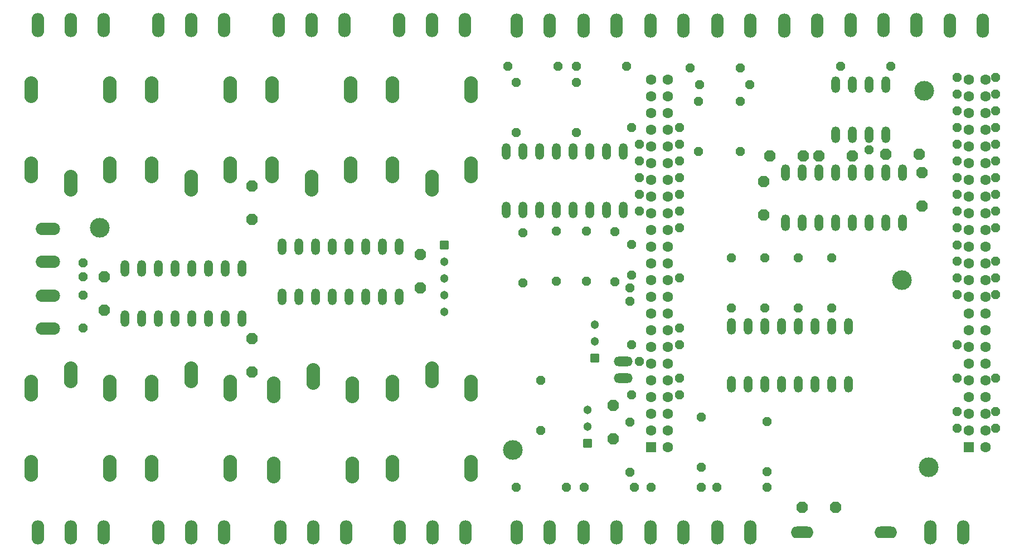
<source format=gbs>
G04 #@! TF.GenerationSoftware,KiCad,Pcbnew,(6.0.9)*
G04 #@! TF.CreationDate,2022-12-31T07:10:19+09:00*
G04 #@! TF.ProjectId,osso,6f73736f-2e6b-4696-9361-645f70636258,rev?*
G04 #@! TF.SameCoordinates,Original*
G04 #@! TF.FileFunction,Soldermask,Bot*
G04 #@! TF.FilePolarity,Negative*
%FSLAX46Y46*%
G04 Gerber Fmt 4.6, Leading zero omitted, Abs format (unit mm)*
G04 Created by KiCad (PCBNEW (6.0.9)) date 2022-12-31 07:10:19*
%MOMM*%
%LPD*%
G01*
G04 APERTURE LIST*
G04 Aperture macros list*
%AMRoundRect*
0 Rectangle with rounded corners*
0 $1 Rounding radius*
0 $2 $3 $4 $5 $6 $7 $8 $9 X,Y pos of 4 corners*
0 Add a 4 corners polygon primitive as box body*
4,1,4,$2,$3,$4,$5,$6,$7,$8,$9,$2,$3,0*
0 Add four circle primitives for the rounded corners*
1,1,$1+$1,$2,$3*
1,1,$1+$1,$4,$5*
1,1,$1+$1,$6,$7*
1,1,$1+$1,$8,$9*
0 Add four rect primitives between the rounded corners*
20,1,$1+$1,$2,$3,$4,$5,0*
20,1,$1+$1,$4,$5,$6,$7,0*
20,1,$1+$1,$6,$7,$8,$9,0*
20,1,$1+$1,$8,$9,$2,$3,0*%
%AMFreePoly0*
4,1,17,0.288426,0.645521,0.645521,0.288426,0.660400,0.252505,0.660400,-0.252505,0.645521,-0.288426,0.288426,-0.645521,0.252505,-0.660400,-0.252505,-0.660400,-0.288426,-0.645521,-0.645521,-0.288426,-0.660400,-0.252505,-0.660400,0.252505,-0.645521,0.288426,-0.288426,0.645521,-0.252505,0.660400,0.252505,0.660400,0.288426,0.645521,0.288426,0.645521,$1*%
%AMFreePoly1*
4,1,17,0.367333,0.836021,0.836021,0.367333,0.850900,0.331412,0.850900,-0.331412,0.836021,-0.367333,0.367333,-0.836021,0.331412,-0.850900,-0.331412,-0.850900,-0.367333,-0.836021,-0.836021,-0.367333,-0.850900,-0.331412,-0.850900,0.331412,-0.836021,0.367333,-0.367333,0.836021,-0.331412,0.850900,0.331412,0.850900,0.367333,0.836021,0.367333,0.836021,$1*%
%AMFreePoly2*
4,1,17,0.306817,0.689921,0.689921,0.306817,0.704800,0.270896,0.704800,-0.270896,0.689921,-0.306817,0.306817,-0.689921,0.270896,-0.704800,-0.270896,-0.704800,-0.306817,-0.689921,-0.689921,-0.306817,-0.704800,-0.270896,-0.704800,0.270896,-0.689921,0.306817,-0.306817,0.689921,-0.270896,0.704800,0.270896,0.704800,0.306817,0.689921,0.306817,0.689921,$1*%
G04 Aperture macros list end*
%ADD10FreePoly0,270.000000*%
%ADD11FreePoly1,180.000000*%
%ADD12FreePoly2,0.000000*%
%ADD13FreePoly1,90.000000*%
%ADD14C,3.000000*%
%ADD15FreePoly1,270.000000*%
%ADD16O,1.892300X3.683000*%
%ADD17FreePoly0,0.000000*%
%ADD18O,1.320800X2.540000*%
%ADD19FreePoly0,90.000000*%
%ADD20O,2.082800X4.064000*%
%ADD21O,3.683000X1.892300*%
%ADD22RoundRect,0.050800X-0.600000X-0.600000X0.600000X-0.600000X0.600000X0.600000X-0.600000X0.600000X0*%
%ADD23C,1.301600*%
%ADD24FreePoly1,0.000000*%
%ADD25FreePoly0,180.000000*%
%ADD26O,3.454400X1.778000*%
%ADD27RoundRect,0.050800X-0.600000X0.600000X-0.600000X-0.600000X0.600000X-0.600000X0.600000X0.600000X0*%
%ADD28O,2.844800X1.473200*%
%ADD29RoundRect,0.050800X0.750000X-0.750000X0.750000X0.750000X-0.750000X0.750000X-0.750000X-0.750000X0*%
%ADD30C,1.601600*%
G04 APERTURE END LIST*
D10*
X155797100Y-97671850D03*
X155797100Y-105291850D03*
D11*
X200755100Y-86241850D03*
X195675100Y-86241850D03*
D12*
X222472100Y-84463850D03*
D13*
X87090100Y-109736850D03*
X87090100Y-104656850D03*
D12*
X222472100Y-125103850D03*
D14*
X86455100Y-97163850D03*
D12*
X203295100Y-85352850D03*
D15*
X109569100Y-90813850D03*
X109569100Y-95893850D03*
D12*
X222472100Y-79383850D03*
X222472100Y-81923850D03*
X216630100Y-84463850D03*
X168370100Y-117483850D03*
D10*
X150717100Y-97925850D03*
X150717100Y-105545850D03*
D12*
X216630100Y-92083850D03*
X83915100Y-104656850D03*
X168370100Y-92083850D03*
X222472100Y-97163850D03*
X174466100Y-81923850D03*
D16*
X154741100Y-66429850D03*
X149741100Y-66429850D03*
D12*
X174466100Y-92083850D03*
X174466100Y-84463850D03*
D13*
X187293100Y-95258850D03*
X187293100Y-90178850D03*
D12*
X167227100Y-122563850D03*
X216630100Y-127643850D03*
X216630100Y-89543850D03*
D14*
X208248100Y-105164850D03*
D12*
X216630100Y-97163850D03*
D16*
X164901100Y-66429850D03*
X159901100Y-66429850D03*
D12*
X222472100Y-127643850D03*
D15*
X211296100Y-88781850D03*
X211296100Y-93861850D03*
D16*
X77010100Y-143538850D03*
X82010100Y-143538850D03*
X87010100Y-143538850D03*
X175061100Y-66429850D03*
X170061100Y-66429850D03*
D17*
X176117100Y-72906850D03*
X183737100Y-72906850D03*
D14*
X211677100Y-76335850D03*
D12*
X174466100Y-120023850D03*
D18*
X165957100Y-85632250D03*
X163417100Y-85632250D03*
X160877100Y-85632250D03*
X158337100Y-85632250D03*
X155797100Y-85632250D03*
X153257100Y-85632250D03*
X150717100Y-85632250D03*
X148177100Y-85632250D03*
X148177100Y-94471450D03*
X150717100Y-94471450D03*
X153257100Y-94471450D03*
X155797100Y-94471450D03*
X158337100Y-94471450D03*
X160877100Y-94471450D03*
X163417100Y-94471450D03*
X165957100Y-94471450D03*
D12*
X216630100Y-79383850D03*
D19*
X187801100Y-134247850D03*
X187801100Y-126627850D03*
D12*
X167227100Y-114943850D03*
D16*
X185221100Y-66429850D03*
X180221100Y-66429850D03*
D12*
X174466100Y-104783850D03*
D10*
X177387100Y-77986850D03*
X177387100Y-85606850D03*
D12*
X174466100Y-114943850D03*
X222472100Y-94623850D03*
D16*
X170061100Y-143518850D03*
X175061100Y-143518850D03*
D12*
X216630100Y-102243850D03*
X216630100Y-81923850D03*
D16*
X123586100Y-66409850D03*
X118586100Y-66409850D03*
X113586100Y-66409850D03*
D12*
X83915100Y-112403850D03*
D10*
X149701100Y-75065850D03*
X149701100Y-82685850D03*
D20*
X87979100Y-88400850D03*
X76041100Y-88400850D03*
X76041100Y-76208850D03*
X82010100Y-90432850D03*
X87979100Y-76208850D03*
D16*
X159901100Y-143518850D03*
X164901100Y-143518850D03*
D12*
X222472100Y-76843850D03*
D15*
X164433100Y-124214850D03*
X164433100Y-129294850D03*
D10*
X158845100Y-75065850D03*
X158845100Y-82685850D03*
D16*
X113840100Y-143538850D03*
X118840100Y-143538850D03*
X123840100Y-143538850D03*
D12*
X167227100Y-104402850D03*
D17*
X180181100Y-136660850D03*
X187801100Y-136660850D03*
D12*
X83915100Y-102497850D03*
X168370100Y-84463850D03*
X222472100Y-107323850D03*
X222472100Y-87003850D03*
D14*
X149193100Y-130945850D03*
D20*
X94329100Y-121547850D03*
X106267100Y-121547850D03*
X106267100Y-133739850D03*
X100298100Y-119515850D03*
X94329100Y-133739850D03*
D16*
X132001100Y-143538850D03*
X137001100Y-143538850D03*
X142001100Y-143538850D03*
D12*
X216630100Y-76843850D03*
X222472100Y-74303850D03*
D18*
X182340100Y-121014450D03*
X184880100Y-121014450D03*
X187420100Y-121014450D03*
X189960100Y-121014450D03*
X192500100Y-121014450D03*
X195040100Y-121014450D03*
X197580100Y-121014450D03*
X200120100Y-121014450D03*
X200120100Y-112175250D03*
X197580100Y-112175250D03*
X195040100Y-112175250D03*
X192500100Y-112175250D03*
X189960100Y-112175250D03*
X187420100Y-112175250D03*
X184880100Y-112175250D03*
X182340100Y-112175250D03*
D12*
X168370100Y-89543850D03*
D16*
X149741100Y-143518850D03*
X154741100Y-143518850D03*
D20*
X124555100Y-88400850D03*
X112617100Y-88400850D03*
X112617100Y-76208850D03*
X118586100Y-90432850D03*
X124555100Y-76208850D03*
D16*
X212606100Y-143518850D03*
X217606100Y-143518850D03*
D12*
X216630100Y-87003850D03*
X167227100Y-99703850D03*
D16*
X220527100Y-66429850D03*
X215527100Y-66429850D03*
D12*
X166973100Y-106307850D03*
X174466100Y-97163850D03*
D16*
X95298100Y-143538850D03*
X100298100Y-143538850D03*
X105298100Y-143538850D03*
X141874100Y-66409850D03*
X136874100Y-66409850D03*
X131874100Y-66409850D03*
D21*
X78581100Y-102330850D03*
X78581100Y-97330850D03*
D12*
X222472100Y-102243850D03*
D20*
X112871100Y-121801850D03*
X124809100Y-121801850D03*
X124809100Y-133993850D03*
X118840100Y-119769850D03*
X112871100Y-133993850D03*
D12*
X174466100Y-89543850D03*
D22*
X161639100Y-116975850D03*
D23*
X161639100Y-114435850D03*
X161639100Y-111895850D03*
D18*
X108045100Y-103386850D03*
X105505100Y-103386850D03*
X102965100Y-103386850D03*
X100425100Y-103386850D03*
X97885100Y-103386850D03*
X95345100Y-103386850D03*
X92805100Y-103386850D03*
X90265100Y-103386850D03*
X90265100Y-111006850D03*
X92805100Y-111006850D03*
X95345100Y-111006850D03*
X97885100Y-111006850D03*
X100425100Y-111006850D03*
X102965100Y-111006850D03*
X105505100Y-111006850D03*
X108045100Y-111006850D03*
D24*
X193135100Y-139708850D03*
X198215100Y-139708850D03*
D13*
X109569100Y-119134850D03*
X109569100Y-114054850D03*
D12*
X216630100Y-114943850D03*
D19*
X153384100Y-128024850D03*
X153384100Y-120404850D03*
D21*
X78581100Y-112490850D03*
X78581100Y-107490850D03*
D11*
X210915100Y-85987850D03*
X205835100Y-85987850D03*
D17*
X159988100Y-136660850D03*
X167608100Y-136660850D03*
D12*
X167227100Y-81923850D03*
D15*
X135096100Y-101227850D03*
X135096100Y-106307850D03*
D12*
X216630100Y-120023850D03*
X216630100Y-107323850D03*
X222472100Y-92083850D03*
X166973100Y-108339850D03*
D17*
X149701100Y-136660850D03*
X157321100Y-136660850D03*
D12*
X168370100Y-94623850D03*
X216630100Y-104783850D03*
D11*
X193262100Y-86241850D03*
X188182100Y-86241850D03*
D20*
X130905100Y-121547850D03*
X142843100Y-121547850D03*
X142843100Y-133739850D03*
X136874100Y-119515850D03*
X130905100Y-133739850D03*
D19*
X182340100Y-109355850D03*
X182340100Y-101735850D03*
D12*
X216630100Y-94623850D03*
D20*
X76041100Y-121547850D03*
X87979100Y-121547850D03*
X87979100Y-133739850D03*
X82010100Y-119515850D03*
X76041100Y-133739850D03*
D10*
X164687100Y-97798850D03*
X164687100Y-105418850D03*
D12*
X222472100Y-120023850D03*
X174466100Y-122563850D03*
D22*
X160496100Y-129929850D03*
D23*
X160496100Y-127389850D03*
X160496100Y-124849850D03*
D12*
X174466100Y-112403850D03*
D19*
X177768100Y-133612850D03*
X177768100Y-125992850D03*
D14*
X212312100Y-133612850D03*
D25*
X166465100Y-72652850D03*
X158845100Y-72652850D03*
D12*
X222472100Y-104783850D03*
X216630100Y-74303850D03*
X168370100Y-87003850D03*
D16*
X105298100Y-66409850D03*
X100298100Y-66409850D03*
X95298100Y-66409850D03*
D26*
X205835100Y-143518850D03*
X193135100Y-143518850D03*
D27*
X138779100Y-99830850D03*
D23*
X138779100Y-102370850D03*
X138779100Y-104910850D03*
X138779100Y-107450850D03*
X138779100Y-109990850D03*
D12*
X83915100Y-107450850D03*
D19*
X166973100Y-134374850D03*
X166973100Y-126754850D03*
D28*
X165957100Y-117483850D03*
X165957100Y-120023850D03*
D12*
X222472100Y-89543850D03*
D16*
X180221100Y-143518850D03*
X185221100Y-143518850D03*
D12*
X174466100Y-87003850D03*
D17*
X170148100Y-136660850D03*
X177768100Y-136660850D03*
D12*
X216630100Y-125103850D03*
D25*
X206597100Y-72652850D03*
X198977100Y-72652850D03*
D18*
X114141100Y-107704850D03*
X116681100Y-107704850D03*
X119221100Y-107704850D03*
X121761100Y-107704850D03*
X124301100Y-107704850D03*
X126841100Y-107704850D03*
X129381100Y-107704850D03*
X131921100Y-107704850D03*
X131921100Y-100084850D03*
X129381100Y-100084850D03*
X126841100Y-100084850D03*
X124301100Y-100084850D03*
X121761100Y-100084850D03*
X119221100Y-100084850D03*
X116681100Y-100084850D03*
X114141100Y-100084850D03*
D12*
X174466100Y-94623850D03*
D10*
X183737100Y-77986850D03*
X183737100Y-85606850D03*
D12*
X216630100Y-99830850D03*
D18*
X208375100Y-88781850D03*
X205835100Y-88781850D03*
X203295100Y-88781850D03*
X200755100Y-88781850D03*
X198215100Y-88781850D03*
X195675100Y-88781850D03*
X193135100Y-88781850D03*
X190595100Y-88781850D03*
X190595100Y-96401850D03*
X193135100Y-96401850D03*
X195675100Y-96401850D03*
X198215100Y-96401850D03*
X200755100Y-96401850D03*
X203295100Y-96401850D03*
X205835100Y-96401850D03*
X208375100Y-96401850D03*
D16*
X195381100Y-66429850D03*
X190381100Y-66429850D03*
D25*
X185134100Y-75446850D03*
X177514100Y-75446850D03*
D16*
X87010100Y-66409850D03*
X82010100Y-66409850D03*
X77010100Y-66409850D03*
D20*
X142843100Y-88400850D03*
X130905100Y-88400850D03*
X130905100Y-76208850D03*
X136874100Y-90432850D03*
X142843100Y-76208850D03*
X106267100Y-88400850D03*
X94329100Y-88400850D03*
X94329100Y-76208850D03*
X100298100Y-90432850D03*
X106267100Y-76208850D03*
D25*
X156051100Y-72652850D03*
X148431100Y-72652850D03*
D19*
X192500100Y-109355850D03*
X192500100Y-101735850D03*
D16*
X210454100Y-66409850D03*
X205454100Y-66409850D03*
X200454100Y-66409850D03*
D18*
X198215100Y-83066850D03*
X200755100Y-83066850D03*
X203295100Y-83066850D03*
X205835100Y-83066850D03*
X205835100Y-75446850D03*
X203295100Y-75446850D03*
X200755100Y-75446850D03*
X198215100Y-75446850D03*
D19*
X187420100Y-109355850D03*
X187420100Y-101735850D03*
X197580100Y-109355850D03*
X197580100Y-101735850D03*
D10*
X160369100Y-97671850D03*
X160369100Y-105291850D03*
D29*
X218408100Y-130564850D03*
D30*
X220948100Y-130564850D03*
X218408100Y-128024850D03*
X220948100Y-128024850D03*
X218408100Y-125484850D03*
X220948100Y-125484850D03*
X218408100Y-122944850D03*
X220948100Y-122944850D03*
X218408100Y-120404850D03*
X220948100Y-120404850D03*
X218408100Y-117864850D03*
X220948100Y-117864850D03*
X218408100Y-115324850D03*
X220948100Y-115324850D03*
X218408100Y-112784850D03*
X220948100Y-112784850D03*
X218408100Y-110244850D03*
X220948100Y-110244850D03*
X218408100Y-107704850D03*
X220948100Y-107704850D03*
X218408100Y-105164850D03*
X220948100Y-105164850D03*
X218408100Y-102624850D03*
X220948100Y-102624850D03*
X218408100Y-100084850D03*
X220948100Y-100084850D03*
X218408100Y-97544850D03*
X220948100Y-97544850D03*
X218408100Y-95004850D03*
X220948100Y-95004850D03*
X218408100Y-92464850D03*
X220948100Y-92464850D03*
X218408100Y-89924850D03*
X220948100Y-89924850D03*
X218408100Y-87384850D03*
X220948100Y-87384850D03*
X218408100Y-84844850D03*
X220948100Y-84844850D03*
X218408100Y-82304850D03*
X220948100Y-82304850D03*
X218408100Y-79764850D03*
X220948100Y-79764850D03*
X218408100Y-77224850D03*
X220948100Y-77224850D03*
X218408100Y-74684850D03*
X220948100Y-74684850D03*
D29*
X170148100Y-130564850D03*
D30*
X172688100Y-130564850D03*
X170148100Y-128024850D03*
X172688100Y-128024850D03*
X170148100Y-125484850D03*
X172688100Y-125484850D03*
X170148100Y-122944850D03*
X172688100Y-122944850D03*
X170148100Y-120404850D03*
X172688100Y-120404850D03*
X170148100Y-117864850D03*
X172688100Y-117864850D03*
X170148100Y-115324850D03*
X172688100Y-115324850D03*
X170148100Y-112784850D03*
X172688100Y-112784850D03*
X170148100Y-110244850D03*
X172688100Y-110244850D03*
X170148100Y-107704850D03*
X172688100Y-107704850D03*
X170148100Y-105164850D03*
X172688100Y-105164850D03*
X170148100Y-102624850D03*
X172688100Y-102624850D03*
X170148100Y-100084850D03*
X172688100Y-100084850D03*
X170148100Y-97544850D03*
X172688100Y-97544850D03*
X170148100Y-95004850D03*
X172688100Y-95004850D03*
X170148100Y-92464850D03*
X172688100Y-92464850D03*
X170148100Y-89924850D03*
X172688100Y-89924850D03*
X170148100Y-87384850D03*
X172688100Y-87384850D03*
X170148100Y-84844850D03*
X172688100Y-84844850D03*
X170148100Y-82304850D03*
X172688100Y-82304850D03*
X170148100Y-79764850D03*
X172688100Y-79764850D03*
X170148100Y-77224850D03*
X172688100Y-77224850D03*
X170148100Y-74684850D03*
X172688100Y-74684850D03*
M02*

</source>
